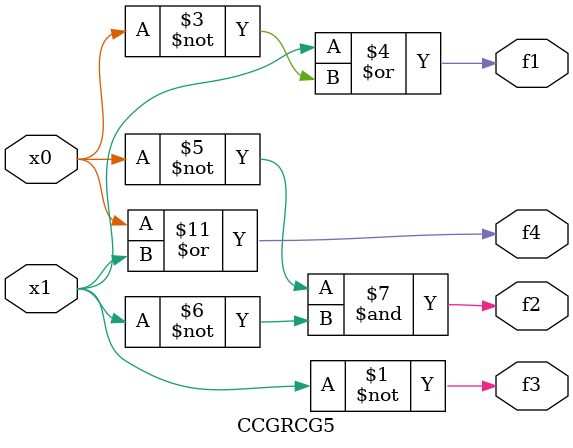
<source format=v>

module CCGRCG5 ( 
    x0, x1,
    f1, f2, f3, f4  );
  input  x0, x1;
  output f1, f2, f3, f4;
  wire new_n10_;
  assign f3 = ~x1;
  assign f1 = ~f3 | ~x0;
  assign f2 = ~x0 & ~x1;
  assign new_n10_ = ~x0;
  assign f4 = ~new_n10_ | ~f3;
endmodule



</source>
